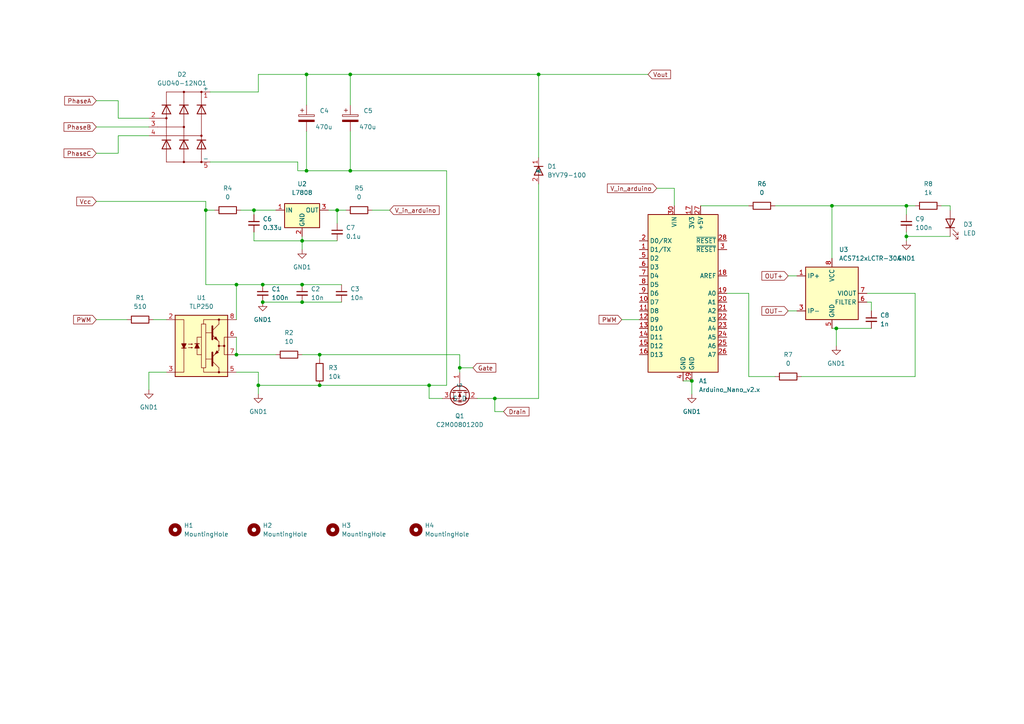
<source format=kicad_sch>
(kicad_sch (version 20211123) (generator eeschema)
  (paper "A4")
  (lib_symbols
    (symbol "Device:C_Polarized" (pin_numbers hide) (pin_names (offset 0.254))
      (property "Reference" "C" (at 0.635 2.54 0))
      (property "Value" "C_Polarized" (at 0.635 -2.54 0))
      (symbol "C_Polarized_0_1"
        (rectangle (start -2.286 0.508) (end 2.286 1.016))
        (polyline (pts (xy -1.778 2.286) (xy -0.762 2.286)))
        (polyline (pts (xy -1.27 2.794) (xy -1.27 1.778)))
        (rectangle (start 2.286 -0.508) (end -2.286 -1.016) (fill (type outline)))
      )
      (symbol "C_Polarized_1_1"
        (pin passive line (at 0 3.81 270) (length 2.794) (name "~") (number "1"))
        (pin passive line (at 0 -3.81 90) (length 2.794) (name "~") (number "2"))
      )
    )
    (symbol "Device:C_Small" (pin_numbers hide) (pin_names (offset 0.254) hide)
      (property "Reference" "C" (at 0.254 1.778 0))
      (property "Value" "C_Small" (at 0.254 -2.032 0))
      (symbol "C_Small_0_1"
        (polyline (pts (xy -1.524 -0.508) (xy 1.524 -0.508)) (stroke (width 0.3302)))
        (polyline (pts (xy -1.524 0.508) (xy 1.524 0.508)) (stroke (width 0.3048)))
      )
      (symbol "C_Small_1_1"
        (pin passive line (at 0 2.54 270) (length 2.032) (name "~") (number "1"))
        (pin passive line (at 0 -2.54 90) (length 2.032) (name "~") (number "2"))
      )
    )
    (symbol "Device:LED" (pin_numbers hide) (pin_names (offset 1.016) hide)
      (property "Reference" "D" (at 0 2.54 0))
      (property "Value" "LED" (at 0 -2.54 0))
      (symbol "LED_0_1"
        (polyline (pts (xy -1.27 -1.27) (xy -1.27 1.27)) (stroke (width 0.254)))
        (polyline (pts (xy -1.27 0) (xy 1.27 0)))
        (polyline (pts (xy 1.27 -1.27) (xy 1.27 1.27) (xy -1.27 0) (xy 1.27 -1.27)) (stroke (width 0.254)))
        (polyline (pts (xy -3.048 -0.762) (xy -4.572 -2.286) (xy -3.81 -2.286) (xy -4.572 -2.286) (xy -4.572 -1.524)))
        (polyline (pts (xy -1.778 -0.762) (xy -3.302 -2.286) (xy -2.54 -2.286) (xy -3.302 -2.286) (xy -3.302 -1.524)))
      )
      (symbol "LED_1_1"
        (pin passive line (at -3.81 0 0) (length 2.54) (name "K") (number "1"))
        (pin passive line (at 3.81 0 180) (length 2.54) (name "A") (number "2"))
      )
    )
    (symbol "Device:R" (pin_numbers hide) (pin_names (offset 0))
      (property "Reference" "R" (at 2.032 0 90))
      (property "Value" "R" (at 0 0 90))
      (symbol "R_0_1"
        (rectangle (start -1.016 -2.54) (end 1.016 2.54) (stroke (width 0.254)))
      )
      (symbol "R_1_1"
        (pin passive line (at 0 3.81 270) (length 1.27) (name "~") (number "1"))
        (pin passive line (at 0 -3.81 90) (length 1.27) (name "~") (number "2"))
      )
    )
    (symbol "Diode:BYV79-100"
      (property "Reference" "D" (at 0 2.54 0))
      (property "Value" "BYV79-100" (at 0 -2.54 0))
      (symbol "BYV79-100_0_1"
        (polyline (pts (xy -1.27 1.27) (xy -1.27 -1.27)) (stroke (width 0.254)))
        (polyline (pts (xy 1.27 0) (xy -1.27 0)))
        (polyline (pts (xy 1.27 1.27) (xy 1.27 -1.27) (xy -1.27 0) (xy 1.27 1.27)) (stroke (width 0.254)))
      )
      (symbol "BYV79-100_1_1"
        (pin passive line (at -3.81 0 0) (length 2.54) (name "K") (number "1"))
        (pin passive line (at 3.81 0 180) (length 2.54) (name "A") (number "2"))
      )
    )
    (symbol "Diode_Bridge:GUO40-12NO1" (pin_names (offset 0))
      (property "Reference" "D" (at 0 17.78 0))
      (property "Value" "GUO40-12NO1" (at 0 15.24 0))
      (symbol "GUO40-12NO1_0_1"
        (circle (center -5.08 2.54) (radius 0.254) (fill (type outline)))
        (circle (center 0 -10.16) (radius 0.254) (fill (type outline)))
        (polyline (pts (xy -7.62 -2.54) (xy 5.08 -2.54)))
        (polyline (pts (xy -7.62 0) (xy 0 0)))
        (polyline (pts (xy -7.62 2.54) (xy -5.08 2.54)))
        (polyline (pts (xy -5.08 -10.16) (xy 5.08 -10.16)))
        (polyline (pts (xy -5.08 -6.35) (xy -5.08 -10.16)))
        (polyline (pts (xy -5.08 3.81) (xy -5.08 -3.81)))
        (polyline (pts (xy -5.08 10.16) (xy -5.08 6.35)))
        (polyline (pts (xy -5.08 10.16) (xy 5.08 10.16)))
        (polyline (pts (xy 0 -6.35) (xy 0 -10.16)))
        (polyline (pts (xy 0 3.81) (xy 0 -3.81)))
        (polyline (pts (xy 0 6.35) (xy 0 10.16)))
        (polyline (pts (xy 5.08 -10.16) (xy 5.08 -5.08)))
        (polyline (pts (xy 5.08 3.81) (xy 5.08 -3.81)))
        (polyline (pts (xy 5.08 10.16) (xy 5.08 6.35)))
        (circle (center 0 0) (radius 0.254) (fill (type outline)))
        (circle (center 0 10.16) (radius 0.254) (fill (type outline)))
        (circle (center 5.08 -10.16) (radius 0.254) (fill (type outline)))
        (circle (center 5.08 -2.54) (radius 0.254) (fill (type outline)))
        (circle (center 5.08 10.16) (radius 0.254) (fill (type outline)))
      )
      (symbol "GUO40-12NO1_1_1"
        (polyline (pts (xy -5.08 -6.35) (xy -5.08 -3.81)))
        (polyline (pts (xy -5.08 3.81) (xy -5.08 6.35)))
        (polyline (pts (xy -3.81 -3.81) (xy -6.35 -3.81)) (stroke (width 0.254)))
        (polyline (pts (xy -3.81 6.35) (xy -6.35 6.35)) (stroke (width 0.254)))
        (polyline (pts (xy 0 -6.35) (xy 0 -3.81)))
        (polyline (pts (xy 0 3.81) (xy 0 6.35)))
        (polyline (pts (xy 1.27 -3.81) (xy -1.27 -3.81)) (stroke (width 0.254)))
        (polyline (pts (xy 1.27 6.35) (xy -1.27 6.35)) (stroke (width 0.254)))
        (polyline (pts (xy 5.08 -6.35) (xy 5.08 -3.81)))
        (polyline (pts (xy 5.08 3.81) (xy 5.08 6.35)))
        (polyline (pts (xy 6.35 -3.81) (xy 3.81 -3.81)) (stroke (width 0.254)))
        (polyline (pts (xy 6.35 6.35) (xy 3.81 6.35)) (stroke (width 0.254)))
        (polyline (pts (xy -3.81 -6.35) (xy -6.35 -6.35) (xy -5.08 -3.81) (xy -3.81 -6.35)) (stroke (width 0.254)))
        (polyline (pts (xy -3.81 3.81) (xy -6.35 3.81) (xy -5.08 6.35) (xy -3.81 3.81)) (stroke (width 0.254)))
        (polyline (pts (xy 1.27 -6.35) (xy -1.27 -6.35) (xy 0 -3.81) (xy 1.27 -6.35)) (stroke (width 0.254)))
        (polyline (pts (xy 1.27 3.81) (xy -1.27 3.81) (xy 0 6.35) (xy 1.27 3.81)) (stroke (width 0.254)))
        (polyline (pts (xy 6.35 -6.35) (xy 3.81 -6.35) (xy 5.08 -3.81) (xy 6.35 -6.35)) (stroke (width 0.254)))
        (polyline (pts (xy 6.35 3.81) (xy 3.81 3.81) (xy 5.08 6.35) (xy 6.35 3.81)) (stroke (width 0.254)))
        (pin passive line (at 7.62 10.16 180) (length 2.54) (name "+") (number "1"))
        (pin passive line (at -10.16 2.54 0) (length 2.54) (name "~") (number "2"))
        (pin passive line (at -10.16 0 0) (length 2.54) (name "~") (number "3"))
        (pin passive line (at -10.16 -2.54 0) (length 2.54) (name "~") (number "4"))
        (pin passive line (at 7.62 -10.16 180) (length 2.54) (name "-") (number "5"))
      )
    )
    (symbol "Driver_FET:TLP250" (pin_names hide)
      (property "Reference" "U" (at 0 12.7 0))
      (property "Value" "TLP250" (at 0 10.16 0))
      (symbol "TLP250_0_1"
        (rectangle (start -7.62 8.89) (end 7.62 -8.89) (stroke (width 0.254)) (fill (type background)))
        (polyline (pts (xy -5.715 -0.635) (xy -4.445 -0.635)) (stroke (width 0.254)))
        (polyline (pts (xy -0.635 0.635) (xy -1.905 0.635)) (stroke (width 0.254)))
        (polyline (pts (xy 3.048 -3.81) (xy 1.27 -3.81)))
        (polyline (pts (xy 3.048 3.81) (xy 1.27 3.81)))
        (polyline (pts (xy 3.175 -4.445) (xy 5.08 -6.35)))
        (polyline (pts (xy 3.175 4.445) (xy 5.08 6.35)))
        (polyline (pts (xy 5.08 -6.35) (xy 5.08 -7.62)))
        (polyline (pts (xy 5.08 -1.27) (xy 3.175 -3.175)) (fill (type outline)))
        (polyline (pts (xy 5.08 0) (xy 6.604 0)))
        (polyline (pts (xy 5.08 1.27) (xy 3.175 3.175)) (fill (type outline)))
        (polyline (pts (xy 5.08 6.35) (xy 5.08 7.62)))
        (polyline (pts (xy 7.62 7.62) (xy 0.635 7.62)))
        (polyline (pts (xy -1.27 -0.635) (xy -1.27 -2.54) (xy 0 -2.54)))
        (polyline (pts (xy -1.27 0.635) (xy -1.27 2.54) (xy 0 2.54)))
        (polyline (pts (xy 0.635 -6.35) (xy 0.635 -7.62) (xy 7.62 -7.62)))
        (polyline (pts (xy 3.175 -5.715) (xy 3.175 -1.905) (xy 3.175 -1.905)) (stroke (width 0.508)))
        (polyline (pts (xy 3.175 5.715) (xy 3.175 1.905) (xy 3.175 1.905)) (stroke (width 0.508)))
        (polyline (pts (xy -7.62 7.62) (xy -5.08 7.62) (xy -5.08 -7.62) (xy -7.62 -7.62)))
        (polyline (pts (xy -5.08 -0.635) (xy -5.715 0.635) (xy -4.445 0.635) (xy -5.08 -0.635)) (stroke (width 0.254)) (fill (type outline)))
        (polyline (pts (xy -1.27 0.635) (xy -0.635 -0.635) (xy -1.905 -0.635) (xy -1.27 0.635)) (stroke (width 0.254)) (fill (type outline)))
        (polyline (pts (xy 7.62 2.54) (xy 6.604 2.54) (xy 6.604 -2.54) (xy 7.62 -2.54)))
        (polyline (pts (xy -3.81 -0.508) (xy -2.54 -0.508) (xy -2.921 -0.635) (xy -2.921 -0.381) (xy -2.54 -0.508)))
        (polyline (pts (xy -3.81 0.508) (xy -2.54 0.508) (xy -2.921 0.381) (xy -2.921 0.635) (xy -2.54 0.508)))
        (polyline (pts (xy 1.27 6.35) (xy 1.27 -6.35) (xy 0 -6.35) (xy 0 6.35) (xy 1.27 6.35)))
        (polyline (pts (xy 3.683 2.159) (xy 4.191 2.667) (xy 4.699 1.651) (xy 3.683 2.159) (xy 3.683 2.159)) (fill (type outline)))
        (polyline (pts (xy 4.953 -1.905) (xy 4.445 -1.397) (xy 3.937 -2.413) (xy 4.953 -1.905) (xy 4.953 -1.905)) (fill (type outline)))
        (rectangle (start 0.635 6.35) (end 0.635 6.35))
        (rectangle (start 0.635 6.35) (end 0.635 7.62))
        (circle (center 5.08 -7.62) (radius 0.254) (fill (type outline)))
        (circle (center 5.08 0) (radius 0.254) (fill (type outline)))
        (rectangle (start 5.08 1.27) (end 5.08 -1.27))
        (circle (center 5.08 7.62) (radius 0.254) (fill (type outline)))
        (circle (center 6.604 0) (radius 0.254) (fill (type outline)))
      )
      (symbol "TLP250_1_1"
        (pin no_connect line (at -7.62 2.54 0) (length 2.54) hide (name "NC") (number "1"))
        (pin passive line (at -10.16 7.62 0) (length 2.54) (name "A") (number "2"))
        (pin passive line (at -10.16 -7.62 0) (length 2.54) (name "C") (number "3"))
        (pin no_connect line (at -7.62 -2.54 0) (length 2.54) hide (name "NC") (number "4"))
        (pin power_in line (at 10.16 -7.62 180) (length 2.54) (name "VEE") (number "5"))
        (pin output line (at 10.16 2.54 180) (length 2.54) (name "VO") (number "6"))
        (pin output line (at 10.16 -2.54 180) (length 2.54) (name "VO") (number "7"))
        (pin power_in line (at 10.16 7.62 180) (length 2.54) (name "VCC") (number "8"))
      )
    )
    (symbol "MCU_Module:Arduino_Nano_v2.x"
      (property "Reference" "A" (at -10.16 23.495 0))
      (property "Value" "Arduino_Nano_v2.x" (at 5.08 -24.13 0))
      (symbol "Arduino_Nano_v2.x_0_1"
        (rectangle (start -10.16 22.86) (end 10.16 -22.86) (stroke (width 0.254)) (fill (type background)))
      )
      (symbol "Arduino_Nano_v2.x_1_1"
        (pin bidirectional line (at -12.7 12.7 0) (length 2.54) (name "D1/TX") (number "1"))
        (pin bidirectional line (at -12.7 -2.54 0) (length 2.54) (name "D7") (number "10"))
        (pin bidirectional line (at -12.7 -5.08 0) (length 2.54) (name "D8") (number "11"))
        (pin bidirectional line (at -12.7 -7.62 0) (length 2.54) (name "D9") (number "12"))
        (pin bidirectional line (at -12.7 -10.16 0) (length 2.54) (name "D10") (number "13"))
        (pin bidirectional line (at -12.7 -12.7 0) (length 2.54) (name "D11") (number "14"))
        (pin bidirectional line (at -12.7 -15.24 0) (length 2.54) (name "D12") (number "15"))
        (pin bidirectional line (at -12.7 -17.78 0) (length 2.54) (name "D13") (number "16"))
        (pin power_out line (at 2.54 25.4 270) (length 2.54) (name "3V3") (number "17"))
        (pin input line (at 12.7 5.08 180) (length 2.54) (name "AREF") (number "18"))
        (pin bidirectional line (at 12.7 0 180) (length 2.54) (name "A0") (number "19"))
        (pin bidirectional line (at -12.7 15.24 0) (length 2.54) (name "D0/RX") (number "2"))
        (pin bidirectional line (at 12.7 -2.54 180) (length 2.54) (name "A1") (number "20"))
        (pin bidirectional line (at 12.7 -5.08 180) (length 2.54) (name "A2") (number "21"))
        (pin bidirectional line (at 12.7 -7.62 180) (length 2.54) (name "A3") (number "22"))
        (pin bidirectional line (at 12.7 -10.16 180) (length 2.54) (name "A4") (number "23"))
        (pin bidirectional line (at 12.7 -12.7 180) (length 2.54) (name "A5") (number "24"))
        (pin bidirectional line (at 12.7 -15.24 180) (length 2.54) (name "A6") (number "25"))
        (pin bidirectional line (at 12.7 -17.78 180) (length 2.54) (name "A7") (number "26"))
        (pin power_out line (at 5.08 25.4 270) (length 2.54) (name "+5V") (number "27"))
        (pin input line (at 12.7 15.24 180) (length 2.54) (name "~{RESET}") (number "28"))
        (pin power_in line (at 2.54 -25.4 90) (length 2.54) (name "GND") (number "29"))
        (pin input line (at 12.7 12.7 180) (length 2.54) (name "~{RESET}") (number "3"))
        (pin power_in line (at -2.54 25.4 270) (length 2.54) (name "VIN") (number "30"))
        (pin power_in line (at 0 -25.4 90) (length 2.54) (name "GND") (number "4"))
        (pin bidirectional line (at -12.7 10.16 0) (length 2.54) (name "D2") (number "5"))
        (pin bidirectional line (at -12.7 7.62 0) (length 2.54) (name "D3") (number "6"))
        (pin bidirectional line (at -12.7 5.08 0) (length 2.54) (name "D4") (number "7"))
        (pin bidirectional line (at -12.7 2.54 0) (length 2.54) (name "D5") (number "8"))
        (pin bidirectional line (at -12.7 0 0) (length 2.54) (name "D6") (number "9"))
      )
    )
    (symbol "Mechanical:MountingHole" (pin_names (offset 1.016))
      (property "Reference" "H" (at 0 5.08 0))
      (property "Value" "MountingHole" (at 0 3.175 0))
      (symbol "MountingHole_0_1"
        (circle (center 0 0) (radius 1.27) (stroke (width 1.27)))
      )
    )
    (symbol "Regulator_Linear:L7808" (pin_names (offset 0.254))
      (property "Reference" "U" (at -3.81 3.175 0))
      (property "Value" "L7808" (at 0 3.175 0))
      (symbol "L7808_0_1"
        (rectangle (start -5.08 1.905) (end 5.08 -5.08) (stroke (width 0.254)) (fill (type background)))
      )
      (symbol "L7808_1_1"
        (pin power_in line (at -7.62 0 0) (length 2.54) (name "IN") (number "1"))
        (pin power_in line (at 0 -7.62 90) (length 2.54) (name "GND") (number "2"))
        (pin power_out line (at 7.62 0 180) (length 2.54) (name "OUT") (number "3"))
      )
    )
    (symbol "Sensor_Current:ACS712xLCTR-30A"
      (property "Reference" "U" (at 2.54 11.43 0))
      (property "Value" "ACS712xLCTR-30A" (at 2.54 8.89 0))
      (symbol "ACS712xLCTR-30A_0_1"
        (rectangle (start -7.62 7.62) (end 7.62 -7.62) (stroke (width 0.254)) (fill (type background)))
      )
      (symbol "ACS712xLCTR-30A_1_1"
        (pin passive line (at -10.16 5.08 0) (length 2.54) (name "IP+") (number "1"))
        (pin passive line (at -10.16 5.08 0) (length 2.54) hide (name "IP+") (number "2"))
        (pin passive line (at -10.16 -5.08 0) (length 2.54) (name "IP-") (number "3"))
        (pin passive line (at -10.16 -5.08 0) (length 2.54) hide (name "IP-") (number "4"))
        (pin power_in line (at 0 -10.16 90) (length 2.54) (name "GND") (number "5"))
        (pin passive line (at 10.16 -2.54 180) (length 2.54) (name "FILTER") (number "6"))
        (pin output line (at 10.16 0 180) (length 2.54) (name "VIOUT") (number "7"))
        (pin power_in line (at 0 10.16 270) (length 2.54) (name "VCC") (number "8"))
      )
    )
    (symbol "Transistor_FET:C2M0080120D"
      (property "Reference" "Q" (at 5.08 1.905 0))
      (property "Value" "C2M0080120D" (at 5.08 0 0))
      (symbol "C2M0080120D_0_1"
        (polyline (pts (xy 0.254 0) (xy -2.54 0)))
        (polyline (pts (xy 0.254 1.905) (xy 0.254 -1.905)) (stroke (width 0.254)))
        (polyline (pts (xy 0.762 -1.27) (xy 0.762 -2.286)) (stroke (width 0.254)))
        (polyline (pts (xy 0.762 0.508) (xy 0.762 -0.508)) (stroke (width 0.254)))
        (polyline (pts (xy 0.762 2.286) (xy 0.762 1.27)) (stroke (width 0.254)))
        (polyline (pts (xy 2.54 2.54) (xy 2.54 1.778)))
        (polyline (pts (xy 2.54 -2.54) (xy 2.54 0) (xy 0.762 0)))
        (polyline (pts (xy 0.762 -1.778) (xy 3.302 -1.778) (xy 3.302 1.778) (xy 0.762 1.778)))
        (polyline (pts (xy 1.016 0) (xy 2.032 0.381) (xy 2.032 -0.381) (xy 1.016 0)) (fill (type outline)))
        (polyline (pts (xy 2.794 0.508) (xy 2.921 0.381) (xy 3.683 0.381) (xy 3.81 0.254)))
        (polyline (pts (xy 3.302 0.381) (xy 2.921 -0.254) (xy 3.683 -0.254) (xy 3.302 0.381)))
        (circle (center 1.651 0) (radius 2.794) (stroke (width 0.254)))
        (circle (center 2.54 -1.778) (radius 0.254) (fill (type outline)))
        (circle (center 2.54 1.778) (radius 0.254) (fill (type outline)))
      )
      (symbol "C2M0080120D_1_1"
        (pin input line (at -5.08 0 0) (length 2.54) (name "G") (number "1"))
        (pin passive line (at 2.54 5.08 270) (length 2.54) (name "D") (number "2"))
        (pin passive line (at 2.54 -5.08 90) (length 2.54) (name "S") (number "3"))
      )
    )
    (symbol "power:GND1" (power) (pin_names (offset 0))
      (property "Value" "GND1" (at 0 -3.81 0))
      (symbol "GND1_0_1"
        (polyline (pts (xy 0 0) (xy 0 -1.27) (xy 1.27 -1.27) (xy 0 -2.54) (xy -1.27 -1.27) (xy 0 -1.27)))
      )
      (symbol "GND1_1_1"
        (pin power_in line (at 0 0 270) (length 0) hide (name "GND1") (number "1"))
      )
    )
  )
  (junction (at 133.35 106.68))
  (junction (at 92.71 102.87))
  (junction (at 59.69 60.96))
  (junction (at 262.89 59.69))
  (junction (at 76.2 87.63))
  (junction (at 87.63 82.55))
  (junction (at 87.63 87.63))
  (junction (at 87.63 69.85))
  (junction (at 101.6 49.53))
  (junction (at 143.51 115.57))
  (junction (at 73.66 60.96))
  (junction (at 88.9 49.53))
  (junction (at 68.58 102.87))
  (junction (at 241.3 59.69))
  (junction (at 76.2 82.55))
  (junction (at 101.6 21.59))
  (junction (at 92.71 111.76))
  (junction (at 156.21 21.59))
  (junction (at 74.93 111.76))
  (junction (at 124.46 111.76))
  (junction (at 68.58 82.55))
  (junction (at 88.9 21.59))
  (junction (at 242.57 95.25))
  (junction (at 200.66 110.49))
  (junction (at 97.79 60.96))
  (junction (at 262.89 68.58))
  (wire (pts (xy 34.29 34.29) (xy 34.29 29.21)))
  (wire (pts (xy 232.41 109.22) (xy 265.43 109.22)))
  (wire (pts (xy 190.5 54.61) (xy 195.58 54.61)))
  (wire (pts (xy 88.9 30.48) (xy 88.9 21.59)))
  (wire (pts (xy 27.94 58.42) (xy 59.69 58.42)))
  (wire (pts (xy 73.66 60.96) (xy 73.66 62.23)))
  (wire (pts (xy 262.89 59.69) (xy 265.43 59.69)))
  (wire (pts (xy 156.21 21.59) (xy 156.21 45.72)))
  (wire (pts (xy 74.93 111.76) (xy 92.71 111.76)))
  (wire (pts (xy 87.63 102.87) (xy 92.71 102.87)))
  (wire (pts (xy 59.69 58.42) (xy 59.69 60.96)))
  (wire (pts (xy 92.71 111.76) (xy 124.46 111.76)))
  (wire (pts (xy 124.46 111.76) (xy 124.46 115.57)))
  (wire (pts (xy 97.79 60.96) (xy 100.33 60.96)))
  (wire (pts (xy 73.66 69.85) (xy 87.63 69.85)))
  (wire (pts (xy 59.69 60.96) (xy 62.23 60.96)))
  (wire (pts (xy 73.66 60.96) (xy 80.01 60.96)))
  (wire (pts (xy 74.93 111.76) (xy 74.93 114.3)))
  (wire (pts (xy 265.43 109.22) (xy 265.43 85.09)))
  (wire (pts (xy 27.94 44.45) (xy 34.29 44.45)))
  (wire (pts (xy 128.27 115.57) (xy 124.46 115.57)))
  (wire (pts (xy 87.63 69.85) (xy 87.63 72.39)))
  (wire (pts (xy 86.36 49.53) (xy 88.9 49.53)))
  (wire (pts (xy 86.36 46.99) (xy 86.36 49.53)))
  (wire (pts (xy 262.89 62.23) (xy 262.89 59.69)))
  (wire (pts (xy 27.94 36.83) (xy 43.18 36.83)))
  (wire (pts (xy 34.29 29.21) (xy 27.94 29.21)))
  (wire (pts (xy 95.25 60.96) (xy 97.79 60.96)))
  (wire (pts (xy 87.63 87.63) (xy 99.06 87.63)))
  (wire (pts (xy 129.54 49.53) (xy 129.54 111.76)))
  (wire (pts (xy 74.93 107.95) (xy 74.93 111.76)))
  (wire (pts (xy 34.29 44.45) (xy 34.29 39.37)))
  (wire (pts (xy 68.58 97.79) (xy 68.58 102.87)))
  (wire (pts (xy 43.18 34.29) (xy 34.29 34.29)))
  (wire (pts (xy 273.05 59.69) (xy 275.59 59.69)))
  (wire (pts (xy 228.6 80.01) (xy 231.14 80.01)))
  (wire (pts (xy 43.18 107.95) (xy 43.18 113.03)))
  (wire (pts (xy 133.35 102.87) (xy 133.35 106.68)))
  (wire (pts (xy 101.6 49.53) (xy 129.54 49.53)))
  (wire (pts (xy 210.82 85.09) (xy 217.17 85.09)))
  (wire (pts (xy 87.63 69.85) (xy 97.79 69.85)))
  (wire (pts (xy 73.66 67.31) (xy 73.66 69.85)))
  (wire (pts (xy 262.89 68.58) (xy 262.89 69.85)))
  (wire (pts (xy 68.58 82.55) (xy 68.58 92.71)))
  (wire (pts (xy 200.66 110.49) (xy 200.66 114.3)))
  (wire (pts (xy 88.9 49.53) (xy 101.6 49.53)))
  (wire (pts (xy 217.17 109.22) (xy 224.79 109.22)))
  (wire (pts (xy 44.45 92.71) (xy 48.26 92.71)))
  (wire (pts (xy 60.96 46.99) (xy 86.36 46.99)))
  (wire (pts (xy 76.2 82.55) (xy 87.63 82.55)))
  (wire (pts (xy 87.63 68.58) (xy 87.63 69.85)))
  (wire (pts (xy 59.69 60.96) (xy 59.69 82.55)))
  (wire (pts (xy 262.89 67.31) (xy 262.89 68.58)))
  (wire (pts (xy 195.58 59.69) (xy 195.58 54.61)))
  (wire (pts (xy 88.9 49.53) (xy 88.9 38.1)))
  (wire (pts (xy 133.35 106.68) (xy 133.35 107.95)))
  (wire (pts (xy 252.73 87.63) (xy 252.73 90.17)))
  (wire (pts (xy 275.59 59.69) (xy 275.59 60.96)))
  (wire (pts (xy 180.34 92.71) (xy 185.42 92.71)))
  (wire (pts (xy 133.35 106.68) (xy 137.16 106.68)))
  (wire (pts (xy 87.63 82.55) (xy 99.06 82.55)))
  (wire (pts (xy 262.89 59.69) (xy 241.3 59.69)))
  (wire (pts (xy 69.85 60.96) (xy 73.66 60.96)))
  (wire (pts (xy 265.43 85.09) (xy 251.46 85.09)))
  (wire (pts (xy 146.05 119.38) (xy 143.51 119.38)))
  (wire (pts (xy 101.6 30.48) (xy 101.6 21.59)))
  (wire (pts (xy 88.9 21.59) (xy 101.6 21.59)))
  (wire (pts (xy 156.21 53.34) (xy 156.21 115.57)))
  (wire (pts (xy 101.6 49.53) (xy 101.6 38.1)))
  (wire (pts (xy 129.54 111.76) (xy 124.46 111.76)))
  (wire (pts (xy 262.89 68.58) (xy 275.59 68.58)))
  (wire (pts (xy 76.2 87.63) (xy 87.63 87.63)))
  (wire (pts (xy 217.17 85.09) (xy 217.17 109.22)))
  (wire (pts (xy 59.69 82.55) (xy 68.58 82.55)))
  (wire (pts (xy 92.71 102.87) (xy 92.71 104.14)))
  (wire (pts (xy 97.79 60.96) (xy 97.79 64.77)))
  (wire (pts (xy 92.71 102.87) (xy 133.35 102.87)))
  (wire (pts (xy 107.95 60.96) (xy 113.03 60.96)))
  (wire (pts (xy 228.6 90.17) (xy 231.14 90.17)))
  (wire (pts (xy 203.2 59.69) (xy 217.17 59.69)))
  (wire (pts (xy 60.96 26.67) (xy 74.93 26.67)))
  (wire (pts (xy 143.51 115.57) (xy 156.21 115.57)))
  (wire (pts (xy 198.12 110.49) (xy 200.66 110.49)))
  (wire (pts (xy 68.58 107.95) (xy 74.93 107.95)))
  (wire (pts (xy 34.29 39.37) (xy 43.18 39.37)))
  (wire (pts (xy 241.3 95.25) (xy 242.57 95.25)))
  (wire (pts (xy 251.46 87.63) (xy 252.73 87.63)))
  (wire (pts (xy 48.26 107.95) (xy 43.18 107.95)))
  (wire (pts (xy 156.21 21.59) (xy 187.96 21.59)))
  (wire (pts (xy 68.58 82.55) (xy 76.2 82.55)))
  (wire (pts (xy 242.57 95.25) (xy 242.57 100.33)))
  (wire (pts (xy 101.6 21.59) (xy 156.21 21.59)))
  (wire (pts (xy 241.3 59.69) (xy 241.3 74.93)))
  (wire (pts (xy 74.93 26.67) (xy 74.93 21.59)))
  (wire (pts (xy 68.58 102.87) (xy 80.01 102.87)))
  (wire (pts (xy 224.79 59.69) (xy 241.3 59.69)))
  (wire (pts (xy 27.94 92.71) (xy 36.83 92.71)))
  (wire (pts (xy 138.43 115.57) (xy 143.51 115.57)))
  (wire (pts (xy 143.51 119.38) (xy 143.51 115.57)))
  (wire (pts (xy 74.93 21.59) (xy 88.9 21.59)))
  (wire (pts (xy 242.57 95.25) (xy 252.73 95.25)))
  (global_label "V_in_arduino" (shape input) (at 190.5 54.61 180) (property "Intersheet References" "${INTERSHEET_REFS}" (effects hide)))
  (global_label "PhaseA" (shape input) (at 27.94 29.21 180) (property "Intersheet References" "${INTERSHEET_REFS}" (effects hide)))
  (global_label "PWM" (shape input) (at 180.34 92.71 180) (property "Intersheet References" "${INTERSHEET_REFS}" (effects hide)))
  (global_label "PWM" (shape input) (at 27.94 92.71 180) (property "Intersheet References" "${INTERSHEET_REFS}" (effects hide)))
  (global_label "PhaseC" (shape input) (at 27.94 44.45 180) (property "Intersheet References" "${INTERSHEET_REFS}" (effects hide)))
  (global_label "Gate" (shape input) (at 137.16 106.68 0) (property "Intersheet References" "${INTERSHEET_REFS}" (effects hide)))
  (global_label "PhaseB" (shape input) (at 27.94 36.83 180) (property "Intersheet References" "${INTERSHEET_REFS}" (effects hide)))
  (global_label "Drain" (shape input) (at 146.05 119.38 0) (property "Intersheet References" "${INTERSHEET_REFS}" (effects hide)))
  (global_label "OUT-" (shape input) (at 228.6 90.17 180) (property "Intersheet References" "${INTERSHEET_REFS}" (effects hide)))
  (global_label "Vcc" (shape input) (at 27.94 58.42 180) (property "Intersheet References" "${INTERSHEET_REFS}" (effects hide)))
  (global_label "V_in_arduino" (shape input) (at 113.03 60.96 0) (property "Intersheet References" "${INTERSHEET_REFS}" (effects hide)))
  (global_label "OUT+" (shape input) (at 228.6 80.01 180) (property "Intersheet References" "${INTERSHEET_REFS}" (effects hide)))
  (global_label "Vout" (shape input) (at 187.96 21.59 0) (property "Intersheet References" "${INTERSHEET_REFS}" (effects hide)))
  (symbol (lib_id "Device:C_Polarized") (at 101.6 34.29 0) (unit 1)
    (property "Reference" "C5" (at 105.41 32.1309 0) (effects (justify left)))
    (property "Value" "470u" (at 104.14 36.83 0) (effects (justify left)))
    (property "Footprint" "Capacitor_THT:C_Radial_D10.0mm_H16.0mm_P5.00mm" (effects hide))
  )
  (symbol (lib_id "Device:C_Small") (at 262.89 64.77 0) (unit 1)
    (property "Reference" "C9" (at 265.43 63.5062 0) (effects (justify left)))
    (property "Value" "100n" (at 265.43 66.0462 0) (effects (justify left)))
    (property "Footprint" "Capacitor_SMD:C_0603_1608Metric" (effects hide))
  )
  (symbol (lib_id "power:GND1") (at 242.57 100.33 0) (unit 1)
    (property "Reference" "#PWR0107" (effects hide))
    (property "Value" "GND1" (at 242.57 105.41 0))
  )
  (symbol (lib_id "Device:R") (at 40.64 92.71 90) (unit 1)
    (property "Reference" "R1" (at 40.64 86.36 90))
    (property "Value" "510" (at 40.64 88.9 90))
    (property "Footprint" "Resistor_SMD:R_1206_3216Metric" (effects hide))
  )
  (symbol (lib_id "power:GND1") (at 200.66 114.3 0) (unit 1)
    (property "Reference" "#PWR0105" (effects hide))
    (property "Value" "GND1" (at 200.66 119.38 0))
  )
  (symbol (lib_id "Device:C_Small") (at 97.79 67.31 0) (unit 1)
    (property "Reference" "C7" (at 100.33 66.0462 0) (effects (justify left)))
    (property "Value" "0.1u" (at 100.33 68.5862 0) (effects (justify left)))
    (property "Footprint" "Capacitor_SMD:C_1206_3216Metric" (effects hide))
  )
  (symbol (lib_id "Regulator_Linear:L7808") (at 87.63 60.96 0) (unit 1)
    (property "Reference" "U2" (at 87.63 53.34 0))
    (property "Value" "L7808" (at 87.63 55.88 0))
    (property "Footprint" "Package_TO_SOT_THT:TO-220-3_Vertical" (effects hide))
    (property "Datasheet" "http://www.st.com/content/ccc/resource/technical/document/datasheet/41/4f/b3/b0/12/d4/47/88/CD00000444.pdf/files/CD00000444.pdf/jcr:content/translations/en.CD00000444.pdf" (effects hide))
  )
  (symbol (lib_id "Mechanical:MountingHole") (at 96.52 153.67 0) (unit 1)
    (property "Reference" "H3" (at 99.06 152.3999 0) (effects (justify left)))
    (property "Value" "MountingHole" (at 99.06 154.9399 0) (effects (justify left)))
    (property "Footprint" "MountingHole:MountingHole_2.2mm_M2" (effects hide))
  )
  (symbol (lib_id "Device:C_Small") (at 73.66 64.77 0) (unit 1)
    (property "Reference" "C6" (at 76.2 63.5062 0) (effects (justify left)))
    (property "Value" "0.33u" (at 76.2 66.0462 0) (effects (justify left)))
    (property "Footprint" "Capacitor_SMD:C_1206_3216Metric" (effects hide))
  )
  (symbol (lib_id "Diode_Bridge:GUO40-12NO1") (at 53.34 36.83 0) (unit 1)
    (property "Reference" "D2" (at 52.7685 21.59 0))
    (property "Value" "GUO40-12NO1" (at 52.7685 24.13 0))
    (property "Footprint" "Diode_THT:Diode_Bridge_IXYS_GUFP" (effects hide))
    (property "Datasheet" "https://ixapps.ixys.com/DataSheet/GUO40-12NO1.pdf" (effects hide))
  )
  (symbol (lib_id "Device:C_Small") (at 87.63 85.09 0) (unit 1)
    (property "Reference" "C2" (at 90.17 83.8262 0) (effects (justify left)))
    (property "Value" "10n" (at 90.17 86.3662 0) (effects (justify left)))
    (property "Footprint" "Capacitor_SMD:C_1206_3216Metric" (effects hide))
  )
  (symbol (lib_id "Device:R") (at 104.14 60.96 90) (unit 1)
    (property "Reference" "R5" (at 104.14 54.61 90))
    (property "Value" "0" (at 104.14 57.15 90))
    (property "Footprint" "Resistor_SMD:R_1206_3216Metric" (effects hide))
  )
  (symbol (lib_id "Diode:BYV79-100") (at 156.21 49.53 270) (unit 1)
    (property "Reference" "D1" (at 158.75 48.2599 90) (effects (justify left)))
    (property "Value" "BYV79-100" (at 158.75 50.7999 90) (effects (justify left)))
    (property "Footprint" "Package_TO_SOT_THT:TO-220-2_Vertical" (effects hide))
    (property "Datasheet" "http://pdf.datasheetcatalog.com/datasheet/philips/BYV79-100.pdf" (effects hide))
  )
  (symbol (lib_id "Device:LED") (at 275.59 64.77 90) (unit 1)
    (property "Reference" "D3" (at 279.4 65.0874 90) (effects (justify right)))
    (property "Value" "LED" (at 279.4 67.6274 90) (effects (justify right)))
    (property "Footprint" "Resistor_SMD:R_0603_1608Metric" (effects hide))
  )
  (symbol (lib_id "Mechanical:MountingHole") (at 73.66 153.67 0) (unit 1)
    (property "Reference" "H2" (at 76.2 152.3999 0) (effects (justify left)))
    (property "Value" "MountingHole" (at 76.2 154.9399 0) (effects (justify left)))
    (property "Footprint" "MountingHole:MountingHole_2.2mm_M2" (effects hide))
  )
  (symbol (lib_id "Device:R") (at 83.82 102.87 90) (unit 1)
    (property "Reference" "R2" (at 83.82 96.52 90))
    (property "Value" "10" (at 83.82 99.06 90))
    (property "Footprint" "Resistor_SMD:R_1206_3216Metric" (effects hide))
  )
  (symbol (lib_id "power:GND1") (at 262.89 69.85 0) (unit 1)
    (property "Reference" "#PWR0106" (effects hide))
    (property "Value" "GND1" (at 262.89 74.93 0))
  )
  (symbol (lib_id "power:GND1") (at 74.93 114.3 0) (unit 1)
    (property "Reference" "#PWR0103" (effects hide))
    (property "Value" "GND1" (at 74.93 119.38 0))
  )
  (symbol (lib_id "Device:R") (at 228.6 109.22 90) (unit 1)
    (property "Reference" "R7" (at 228.6 102.87 90))
    (property "Value" "0" (at 228.6 105.41 90))
    (property "Footprint" "Resistor_SMD:R_1206_3216Metric" (effects hide))
  )
  (symbol (lib_id "Mechanical:MountingHole") (at 50.8 153.67 0) (unit 1)
    (property "Reference" "H1" (at 53.34 152.3999 0) (effects (justify left)))
    (property "Value" "MountingHole" (at 53.34 154.9399 0) (effects (justify left)))
    (property "Footprint" "MountingHole:MountingHole_2.2mm_M2" (effects hide))
  )
  (symbol (lib_id "Device:C_Small") (at 252.73 92.71 0) (unit 1)
    (property "Reference" "C8" (at 255.27 91.4462 0) (effects (justify left)))
    (property "Value" "1n" (at 255.27 93.9862 0) (effects (justify left)))
    (property "Footprint" "Capacitor_SMD:C_0603_1608Metric" (effects hide))
  )
  (symbol (lib_id "Device:R") (at 220.98 59.69 90) (unit 1)
    (property "Reference" "R6" (at 220.98 53.34 90))
    (property "Value" "0" (at 220.98 55.88 90))
    (property "Footprint" "Resistor_SMD:R_1206_3216Metric" (effects hide))
  )
  (symbol (lib_id "Device:C_Small") (at 99.06 85.09 0) (unit 1)
    (property "Reference" "C3" (at 101.6 83.8262 0) (effects (justify left)))
    (property "Value" "10n" (at 101.6 86.3662 0) (effects (justify left)))
    (property "Footprint" "Capacitor_SMD:C_1206_3216Metric" (effects hide))
  )
  (symbol (lib_id "Mechanical:MountingHole") (at 120.65 153.67 0) (unit 1)
    (property "Reference" "H4" (at 123.19 152.3999 0) (effects (justify left)))
    (property "Value" "MountingHole" (at 123.19 154.9399 0) (effects (justify left)))
    (property "Footprint" "MountingHole:MountingHole_2.2mm_M2" (effects hide))
  )
  (symbol (lib_id "Device:R") (at 92.71 107.95 0) (unit 1)
    (property "Reference" "R3" (at 95.25 106.6799 0) (effects (justify left)))
    (property "Value" "10k" (at 95.25 109.2199 0) (effects (justify left)))
    (property "Footprint" "Resistor_SMD:R_1206_3216Metric" (effects hide))
  )
  (symbol (lib_id "MCU_Module:Arduino_Nano_v2.x") (at 198.12 85.09 0) (unit 1)
    (property "Reference" "A1" (at 202.6794 110.49 0) (effects (justify left)))
    (property "Value" "Arduino_Nano_v2.x" (at 202.6794 113.03 0) (effects (justify left)))
    (property "Footprint" "Module:Arduino_Nano" (effects hide))
    (property "Datasheet" "https://www.arduino.cc/en/uploads/Main/ArduinoNanoManual23.pdf" (effects hide))
  )
  (symbol (lib_id "Device:C_Small") (at 76.2 85.09 0) (unit 1)
    (property "Reference" "C1" (at 78.74 83.8262 0) (effects (justify left)))
    (property "Value" "100n" (at 78.74 86.3662 0) (effects (justify left)))
    (property "Footprint" "Capacitor_SMD:C_1206_3216Metric" (effects hide))
  )
  (symbol (lib_id "Sensor_Current:ACS712xLCTR-30A") (at 241.3 85.09 0) (unit 1)
    (property "Reference" "U3" (at 243.3194 72.39 0) (effects (justify left)))
    (property "Value" "ACS712xLCTR-30A" (at 243.3194 74.93 0) (effects (justify left)))
    (property "Footprint" "Package_SO:SOIC-8_3.9x4.9mm_P1.27mm" (effects hide))
    (property "Datasheet" "http://www.allegromicro.com/~/media/Files/Datasheets/ACS712-Datasheet.ashx?la=en" (effects hide))
  )
  (symbol (lib_id "power:GND1") (at 87.63 72.39 0) (unit 1)
    (property "Reference" "#PWR0104" (effects hide))
    (property "Value" "GND1" (at 87.63 77.47 0))
  )
  (symbol (lib_id "Device:R") (at 269.24 59.69 90) (unit 1)
    (property "Reference" "R8" (at 269.24 53.34 90))
    (property "Value" "1k" (at 269.24 55.88 90))
    (property "Footprint" "Resistor_SMD:R_0603_1608Metric" (effects hide))
  )
  (symbol (lib_id "Transistor_FET:C2M0080120D") (at 133.35 113.03 270) (unit 1)
    (property "Reference" "Q1" (at 133.35 120.65 90))
    (property "Value" "C2M0080120D" (at 133.35 123.19 90))
    (property "Footprint" "Package_TO_SOT_THT:TO-247-3_Vertical" (effects hide))
    (property "Datasheet" "https://www.wolfspeed.com/media/downloads/167/C2M0080120D.pdf" (effects hide))
  )
  (symbol (lib_id "Device:R") (at 66.04 60.96 90) (unit 1)
    (property "Reference" "R4" (at 66.04 54.61 90))
    (property "Value" "0" (at 66.04 57.15 90))
    (property "Footprint" "Resistor_SMD:R_1206_3216Metric" (effects hide))
  )
  (symbol (lib_id "Driver_FET:TLP250") (at 58.42 100.33 0) (unit 1)
    (property "Reference" "U1" (at 58.42 86.36 0))
    (property "Value" "TLP250" (at 58.42 88.9 0))
    (property "Footprint" "Package_DIP:DIP-8_W7.62mm" (effects hide))
    (property "Datasheet" "http://toshiba.semicon-storage.com/info/docget.jsp?did=16821&prodName=TLP250" (effects hide))
  )
  (symbol (lib_id "power:GND1") (at 43.18 113.03 0) (unit 1)
    (property "Reference" "#PWR0101" (effects hide))
    (property "Value" "GND1" (at 43.18 118.11 0))
  )
  (symbol (lib_id "Device:C_Polarized") (at 88.9 34.29 0) (unit 1)
    (property "Reference" "C4" (at 92.71 32.1309 0) (effects (justify left)))
    (property "Value" "470u" (at 91.44 36.83 0) (effects (justify left)))
    (property "Footprint" "Capacitor_THT:C_Radial_D10.0mm_H16.0mm_P5.00mm" (effects hide))
  )
  (symbol (lib_id "power:GND1") (at 76.2 87.63 0) (unit 1)
    (property "Reference" "#PWR0102" (effects hide))
    (property "Value" "GND1" (at 76.2 92.71 0))
  )
)
</source>
